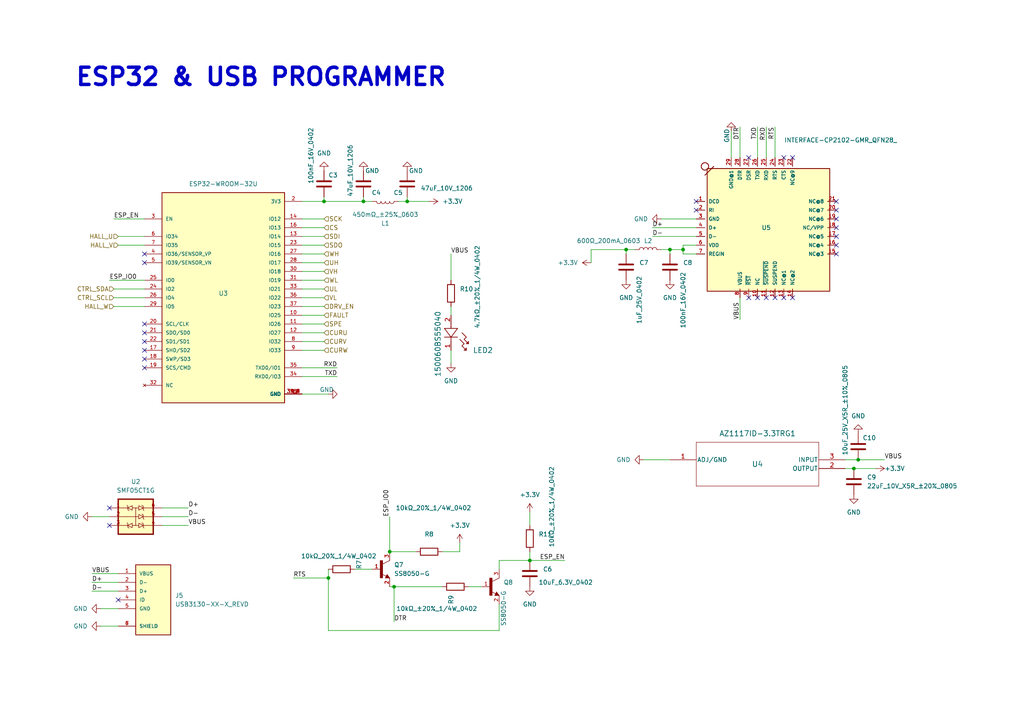
<source format=kicad_sch>
(kicad_sch (version 20211123) (generator eeschema)
  (paper "A4")
  (lib_symbols
    (symbol "bldcDriverLibrary:100nF_16V_X7R_±20%_0402" (pin_numbers hide) (pin_names (offset 0.254))
      (property "Reference" "C" (at 0.635 2.54 0))
      (property "Value" "100nF_16V_X7R_±20%_0402" (at 0.635 -2.54 0))
      (symbol "100nF_16V_X7R_±20%_0402_0_1"
        (polyline (pts (xy -2.032 -0.762) (xy 2.032 -0.762)) (stroke (width 0.508)))
        (polyline (pts (xy -2.032 0.762) (xy 2.032 0.762)) (stroke (width 0.508)))
      )
      (symbol "100nF_16V_X7R_±20%_0402_1_1"
        (pin passive line (at 0 3.81 270) (length 2.794) (name "~") (number "1"))
        (pin passive line (at 0 -3.81 90) (length 2.794) (name "~") (number "2"))
      )
    )
    (symbol "bldcDriverLibrary:10kΩ_20%_1{slash}4W_0402" (pin_numbers hide) (pin_names (offset 0))
      (property "Reference" "R" (at 2.032 0 90))
      (property "Value" "10kΩ_20%_1{slash}4W_0402" (at 0 0 90))
      (symbol "10kΩ_20%_1{slash}4W_0402_0_1"
        (rectangle (start -1.016 -2.54) (end 1.016 2.54) (stroke (width 0.254)))
      )
      (symbol "10kΩ_20%_1{slash}4W_0402_1_1"
        (pin passive line (at 0 3.81 270) (length 1.27) (name "~") (number "1"))
        (pin passive line (at 0 -3.81 90) (length 1.27) (name "~") (number "2"))
      )
    )
    (symbol "bldcDriverLibrary:10kΩ_±20%_1{slash}4W_0402" (pin_numbers hide) (pin_names (offset 0))
      (property "Reference" "R" (at 2.032 0 90))
      (property "Value" "10kΩ_±20%_1{slash}4W_0402" (at 0 0 90))
      (symbol "10kΩ_±20%_1{slash}4W_0402_0_1"
        (rectangle (start -1.016 -2.54) (end 1.016 2.54) (stroke (width 0.254)))
      )
      (symbol "10kΩ_±20%_1{slash}4W_0402_1_1"
        (pin passive line (at 0 3.81 270) (length 1.27) (name "~") (number "1"))
        (pin passive line (at 0 -3.81 90) (length 1.27) (name "~") (number "2"))
      )
    )
    (symbol "bldcDriverLibrary:10uF_25V_X5R_±10%_0805" (pin_numbers hide) (pin_names (offset 0.254))
      (property "Reference" "C" (at 0.635 2.54 0))
      (property "Value" "10uF_25V_X5R_±10%_0805" (at 0.635 -2.54 0))
      (symbol "10uF_25V_X5R_±10%_0805_0_1"
        (polyline (pts (xy -2.032 -0.762) (xy 2.032 -0.762)) (stroke (width 0.508)))
        (polyline (pts (xy -2.032 0.762) (xy 2.032 0.762)) (stroke (width 0.508)))
      )
      (symbol "10uF_25V_X5R_±10%_0805_1_1"
        (pin passive line (at 0 3.81 270) (length 2.794) (name "~") (number "1"))
        (pin passive line (at 0 -3.81 90) (length 2.794) (name "~") (number "2"))
      )
    )
    (symbol "bldcDriverLibrary:10uF_6.3V_X5R_±20%_0402" (pin_numbers hide) (pin_names (offset 0.254))
      (property "Reference" "C" (at 0.635 2.54 0))
      (property "Value" "10uF_6.3V_X5R_±20%_0402" (at 0.635 -2.54 0))
      (symbol "10uF_6.3V_X5R_±20%_0402_0_1"
        (polyline (pts (xy -2.032 -0.762) (xy 2.032 -0.762)) (stroke (width 0.508)))
        (polyline (pts (xy -2.032 0.762) (xy 2.032 0.762)) (stroke (width 0.508)))
      )
      (symbol "10uF_6.3V_X5R_±20%_0402_1_1"
        (pin passive line (at 0 3.81 270) (length 2.794) (name "~") (number "1"))
        (pin passive line (at 0 -3.81 90) (length 2.794) (name "~") (number "2"))
      )
    )
    (symbol "bldcDriverLibrary:150060BS55040" (pin_names (offset 0.254))
      (property "Reference" "LED" (at 5.08 -4.445 0))
      (property "Value" "150060BS55040" (at 5.08 -7.62 0))
      (symbol "150060BS55040_1_1"
        (polyline (pts (xy 2.54 0) (xy 3.4798 0)) (stroke (width 0.2032)))
        (polyline (pts (xy 3.175 0) (xy 3.81 0)) (stroke (width 0.2032)))
        (polyline (pts (xy 3.81 -1.905) (xy 6.35 0)) (stroke (width 0.2032)))
        (polyline (pts (xy 3.81 1.905) (xy 3.81 -1.905)) (stroke (width 0.2032)))
        (polyline (pts (xy 5.08 3.175) (xy 6.35 4.445)) (stroke (width 0.2032)))
        (polyline (pts (xy 6.35 -1.905) (xy 6.35 1.905)) (stroke (width 0.2032)))
        (polyline (pts (xy 6.35 0) (xy 3.81 1.905)) (stroke (width 0.2032)))
        (polyline (pts (xy 6.35 0) (xy 7.62 0)) (stroke (width 0.2032)))
        (polyline (pts (xy 6.35 4.445) (xy 6.985 3.81)) (stroke (width 0.2032)))
        (polyline (pts (xy 6.985 2.54) (xy 8.255 3.81)) (stroke (width 0.2032)))
        (polyline (pts (xy 6.985 3.81) (xy 8.255 5.08)) (stroke (width 0.2032)))
        (polyline (pts (xy 7.62 5.08) (xy 8.255 4.445)) (stroke (width 0.2032)))
        (polyline (pts (xy 8.255 3.81) (xy 8.89 3.175)) (stroke (width 0.2032)))
        (polyline (pts (xy 8.255 4.445) (xy 8.255 5.08)) (stroke (width 0.2032)))
        (polyline (pts (xy 8.255 5.08) (xy 7.62 5.08)) (stroke (width 0.2032)))
        (polyline (pts (xy 8.89 3.175) (xy 10.16 4.445)) (stroke (width 0.2032)))
        (polyline (pts (xy 9.525 4.445) (xy 10.16 3.81)) (stroke (width 0.2032)))
        (polyline (pts (xy 10.16 3.81) (xy 10.16 4.445)) (stroke (width 0.2032)))
        (polyline (pts (xy 10.16 4.445) (xy 9.525 4.445)) (stroke (width 0.2032)))
        (pin unspecified line (at 10.16 0 180) (length 2.54) (name "") (number "1"))
        (pin unspecified line (at 0 0 0) (length 2.54) (name "") (number "2"))
      )
      (symbol "150060BS55040_1_2"
        (polyline (pts (xy -5.08 7.62) (xy -4.445 8.255)) (stroke (width 0.2032)))
        (polyline (pts (xy -5.08 8.255) (xy -5.08 7.62)) (stroke (width 0.2032)))
        (polyline (pts (xy -4.445 6.35) (xy -3.81 6.985)) (stroke (width 0.2032)))
        (polyline (pts (xy -4.445 8.255) (xy -5.08 8.255)) (stroke (width 0.2032)))
        (polyline (pts (xy -4.445 9.525) (xy -3.81 10.16)) (stroke (width 0.2032)))
        (polyline (pts (xy -4.445 10.16) (xy -4.445 9.525)) (stroke (width 0.2032)))
        (polyline (pts (xy -3.81 6.985) (xy -5.08 8.255)) (stroke (width 0.2032)))
        (polyline (pts (xy -3.81 8.255) (xy -3.175 8.89)) (stroke (width 0.2032)))
        (polyline (pts (xy -3.81 10.16) (xy -4.445 10.16)) (stroke (width 0.2032)))
        (polyline (pts (xy -3.175 5.08) (xy -4.445 6.35)) (stroke (width 0.2032)))
        (polyline (pts (xy -3.175 8.89) (xy -4.445 10.16)) (stroke (width 0.2032)))
        (polyline (pts (xy -2.54 6.985) (xy -3.81 8.255)) (stroke (width 0.2032)))
        (polyline (pts (xy -1.905 3.81) (xy 1.905 3.81)) (stroke (width 0.2032)))
        (polyline (pts (xy 0 2.54) (xy 0 3.4798)) (stroke (width 0.2032)))
        (polyline (pts (xy 0 3.175) (xy 0 3.81)) (stroke (width 0.2032)))
        (polyline (pts (xy 0 6.35) (xy -1.905 3.81)) (stroke (width 0.2032)))
        (polyline (pts (xy 0 6.35) (xy 0 7.62)) (stroke (width 0.2032)))
        (polyline (pts (xy 1.905 3.81) (xy 0 6.35)) (stroke (width 0.2032)))
        (polyline (pts (xy 1.905 6.35) (xy -1.905 6.35)) (stroke (width 0.2032)))
        (pin unspecified line (at 0 10.16 270) (length 2.54) (name "") (number "1"))
        (pin unspecified line (at 0 0 90) (length 2.54) (name "") (number "2"))
      )
    )
    (symbol "bldcDriverLibrary:1uF_25V_X5R_±10%_0402" (pin_numbers hide) (pin_names (offset 0.254))
      (property "Reference" "C" (at 0.635 2.54 0))
      (property "Value" "1uF_25V_X5R_±10%_0402" (at 0.635 -2.54 0))
      (symbol "1uF_25V_X5R_±10%_0402_0_1"
        (polyline (pts (xy -2.032 -0.762) (xy 2.032 -0.762)) (stroke (width 0.508)))
        (polyline (pts (xy -2.032 0.762) (xy 2.032 0.762)) (stroke (width 0.508)))
      )
      (symbol "1uF_25V_X5R_±10%_0402_1_1"
        (pin passive line (at 0 3.81 270) (length 2.794) (name "~") (number "1"))
        (pin passive line (at 0 -3.81 90) (length 2.794) (name "~") (number "2"))
      )
    )
    (symbol "bldcDriverLibrary:22uF_10V_X5R_±20%_0805" (pin_numbers hide) (pin_names (offset 0.254))
      (property "Reference" "C" (at 0.635 2.54 0))
      (property "Value" "22uF_10V_X5R_±20%_0805" (at 0.635 -2.54 0))
      (symbol "22uF_10V_X5R_±20%_0805_0_1"
        (polyline (pts (xy -2.032 -0.762) (xy 2.032 -0.762)) (stroke (width 0.508)))
        (polyline (pts (xy -2.032 0.762) (xy 2.032 0.762)) (stroke (width 0.508)))
      )
      (symbol "22uF_10V_X5R_±20%_0805_1_1"
        (pin passive line (at 0 3.81 270) (length 2.794) (name "~") (number "1"))
        (pin passive line (at 0 -3.81 90) (length 2.794) (name "~") (number "2"))
      )
    )
    (symbol "bldcDriverLibrary:4.7kΩ_±20%_1{slash}4W_0402" (pin_numbers hide) (pin_names (offset 0))
      (property "Reference" "R" (at 2.032 0 90))
      (property "Value" "4.7kΩ_±20%_1{slash}4W_0402" (at 0 0 90))
      (symbol "4.7kΩ_±20%_1{slash}4W_0402_0_1"
        (rectangle (start -1.016 -2.54) (end 1.016 2.54) (stroke (width 0.254)))
      )
      (symbol "4.7kΩ_±20%_1{slash}4W_0402_1_1"
        (pin passive line (at 0 3.81 270) (length 1.27) (name "~") (number "1"))
        (pin passive line (at 0 -3.81 90) (length 1.27) (name "~") (number "2"))
      )
    )
    (symbol "bldcDriverLibrary:450mΩ_±25%_600Ω@100MHz_0603_Ferrite" (pin_numbers hide) (pin_names (offset 1.016) hide)
      (property "Reference" "L" (at -1.27 0 90))
      (property "Value" "450mΩ_±25%_600Ω@100MHz_0603_Ferrite" (at 1.905 0 90))
      (symbol "450mΩ_±25%_600Ω@100MHz_0603_Ferrite_0_1"
        (arc (start 0 -2.54) (mid 0.635 -1.905) (end 0 -1.27))
        (arc (start 0 -1.27) (mid 0.635 -0.635) (end 0 0))
        (arc (start 0 0) (mid 0.635 0.635) (end 0 1.27))
        (arc (start 0 1.27) (mid 0.635 1.905) (end 0 2.54))
      )
      (symbol "450mΩ_±25%_600Ω@100MHz_0603_Ferrite_1_1"
        (pin passive line (at 0 3.81 270) (length 1.27) (name "1") (number "1"))
        (pin passive line (at 0 -3.81 90) (length 1.27) (name "2") (number "2"))
      )
    )
    (symbol "bldcDriverLibrary:47uF_10V_X5R_±20%_1206" (pin_numbers hide) (pin_names (offset 0.254))
      (property "Reference" "C" (at 0.635 2.54 0))
      (property "Value" "47uF_10V_X5R_±20%_1206" (at 0.635 -2.54 0))
      (symbol "47uF_10V_X5R_±20%_1206_0_1"
        (polyline (pts (xy -2.032 -0.762) (xy 2.032 -0.762)) (stroke (width 0.508)))
        (polyline (pts (xy -2.032 0.762) (xy 2.032 0.762)) (stroke (width 0.508)))
      )
      (symbol "47uF_10V_X5R_±20%_1206_1_1"
        (pin passive line (at 0 3.81 270) (length 2.794) (name "~") (number "1"))
        (pin passive line (at 0 -3.81 90) (length 2.794) (name "~") (number "2"))
      )
    )
    (symbol "bldcDriverLibrary:AZ1117ID-3.3TRG1" (pin_names (offset 0.254))
      (property "Reference" "U" (at 25.4 10.16 0))
      (property "Value" "AZ1117ID-3.3TRG1" (at 25.4 7.62 0))
      (symbol "AZ1117ID-3.3TRG1_0_1"
        (polyline (pts (xy 7.62 -7.62) (xy 43.18 -7.62)) (stroke (width 0.127)))
        (polyline (pts (xy 7.62 5.08) (xy 7.62 -7.62)) (stroke (width 0.127)))
        (polyline (pts (xy 43.18 -7.62) (xy 43.18 5.08)) (stroke (width 0.127)))
        (polyline (pts (xy 43.18 5.08) (xy 7.62 5.08)) (stroke (width 0.127)))
        (pin power_out line (at 0 0 0) (length 7.62) (name "ADJ/GND") (number "1"))
        (pin output line (at 50.8 -2.54 180) (length 7.62) (name "OUTPUT") (number "2"))
        (pin input line (at 50.8 0 180) (length 7.62) (name "INPUT") (number "3"))
      )
    )
    (symbol "bldcDriverLibrary:ESP32-WROOM-32U" (pin_names (offset 1.016))
      (property "Reference" "U" (at -17.78 31.242 0))
      (property "Value" "ESP32-WROOM-32U" (at -17.78 -33.02 0))
      (symbol "ESP32-WROOM-32U_0_0"
        (rectangle (start -17.78 -30.48) (end 17.78 30.48) (stroke (width 0.254)) (fill (type background)))
        (pin power_in line (at 22.86 -27.94 180) (length 5.08) (name "GND") (number "1"))
        (pin bidirectional line (at 22.86 -5.08 180) (length 5.08) (name "IO25") (number "10"))
        (pin bidirectional line (at 22.86 -7.62 180) (length 5.08) (name "IO26") (number "11"))
        (pin bidirectional line (at 22.86 -10.16 180) (length 5.08) (name "IO27") (number "12"))
        (pin bidirectional line (at 22.86 17.78 180) (length 5.08) (name "IO14") (number "13"))
        (pin bidirectional line (at 22.86 22.86 180) (length 5.08) (name "IO12") (number "14"))
        (pin power_in line (at 22.86 -27.94 180) (length 5.08) (name "GND") (number "15"))
        (pin bidirectional line (at 22.86 20.32 180) (length 5.08) (name "IO13") (number "16"))
        (pin bidirectional line (at -22.86 -15.24 0) (length 5.08) (name "SHD/SD2") (number "17"))
        (pin bidirectional line (at -22.86 -17.78 0) (length 5.08) (name "SWP/SD3") (number "18"))
        (pin bidirectional line (at -22.86 -20.32 0) (length 5.08) (name "SCS/CMD") (number "19"))
        (pin power_in line (at 22.86 27.94 180) (length 5.08) (name "3V3") (number "2"))
        (pin bidirectional line (at -22.86 -7.62 0) (length 5.08) (name "SCL/CLK") (number "20"))
        (pin bidirectional line (at -22.86 -10.16 0) (length 5.08) (name "SDO/SD0") (number "21"))
        (pin bidirectional line (at -22.86 -12.7 0) (length 5.08) (name "SD1/SD1") (number "22"))
        (pin bidirectional line (at 22.86 15.24 180) (length 5.08) (name "IO15") (number "23"))
        (pin bidirectional line (at -22.86 2.54 0) (length 5.08) (name "IO2") (number "24"))
        (pin bidirectional line (at -22.86 5.08 0) (length 5.08) (name "IO0") (number "25"))
        (pin bidirectional line (at -22.86 0 0) (length 5.08) (name "IO4") (number "26"))
        (pin bidirectional line (at 22.86 12.7 180) (length 5.08) (name "IO16") (number "27"))
        (pin bidirectional line (at 22.86 10.16 180) (length 5.08) (name "IO17") (number "28"))
        (pin bidirectional line (at -22.86 -2.54 0) (length 5.08) (name "IO5") (number "29"))
        (pin input line (at -22.86 22.86 0) (length 5.08) (name "EN") (number "3"))
        (pin bidirectional line (at 22.86 7.62 180) (length 5.08) (name "IO18") (number "30"))
        (pin bidirectional line (at 22.86 5.08 180) (length 5.08) (name "IO19") (number "31"))
        (pin no_connect line (at -22.86 -25.4 0) (length 5.08) (name "NC") (number "32"))
        (pin bidirectional line (at 22.86 2.54 180) (length 5.08) (name "IO21") (number "33"))
        (pin bidirectional line (at 22.86 -22.86 180) (length 5.08) (name "RXD0/IO3") (number "34"))
        (pin bidirectional line (at 22.86 -20.32 180) (length 5.08) (name "TXD0/IO1") (number "35"))
        (pin bidirectional line (at 22.86 0 180) (length 5.08) (name "IO22") (number "36"))
        (pin bidirectional line (at 22.86 -2.54 180) (length 5.08) (name "IO23") (number "37"))
        (pin power_in line (at 22.86 -27.94 180) (length 5.08) (name "GND") (number "38"))
        (pin power_in line (at 22.86 -27.94 180) (length 5.08) (name "GND") (number "39_1"))
        (pin power_in line (at 22.86 -27.94 180) (length 5.08) (name "GND") (number "39_2"))
        (pin power_in line (at 22.86 -27.94 180) (length 5.08) (name "GND") (number "39_3"))
        (pin power_in line (at 22.86 -27.94 180) (length 5.08) (name "GND") (number "39_4"))
        (pin power_in line (at 22.86 -27.94 180) (length 5.08) (name "GND") (number "39_5"))
        (pin power_in line (at 22.86 -27.94 180) (length 5.08) (name "GND") (number "39_6"))
        (pin power_in line (at 22.86 -27.94 180) (length 5.08) (name "GND") (number "39_7"))
        (pin power_in line (at 22.86 -27.94 180) (length 5.08) (name "GND") (number "39_8"))
        (pin power_in line (at 22.86 -27.94 180) (length 5.08) (name "GND") (number "39_9"))
        (pin input line (at -22.86 12.7 0) (length 5.08) (name "IO36/SENSOR_VP") (number "4"))
        (pin input line (at -22.86 10.16 0) (length 5.08) (name "IO39/SENSOR_VN") (number "5"))
        (pin input line (at -22.86 17.78 0) (length 5.08) (name "IO34") (number "6"))
        (pin input line (at -22.86 15.24 0) (length 5.08) (name "IO35") (number "7"))
        (pin bidirectional line (at 22.86 -12.7 180) (length 5.08) (name "IO32") (number "8"))
        (pin bidirectional line (at 22.86 -15.24 180) (length 5.08) (name "IO33") (number "9"))
      )
    )
    (symbol "bldcDriverLibrary:INTERFACE-CP2102-GMR_QFN28_" (pin_names (offset 1.016))
      (property "Reference" "U" (at -17.7949 20.337 0))
      (property "Value" "INTERFACE-CP2102-GMR_QFN28_" (at -17.782 -17.782 0))
      (symbol "INTERFACE-CP2102-GMR_QFN28__0_0"
        (circle (center -17.78 17.78) (radius 1.0776) (stroke (width 0.254)))
        (rectangle (start -17.145 -18.415) (end 18.415 17.145) (stroke (width 0.254)) (fill (type background)))
        (polyline (pts (xy -17.78 15.24) (xy -15.24 17.78)) (stroke (width 0.254)))
        (pin bidirectional line (at -20.32 7.62 0) (length 2.54) (name "DCD") (number "1"))
        (pin bidirectional line (at -2.54 -20.32 90) (length 2.54) (name "NC") (number "10"))
        (pin bidirectional line (at 0 -20.32 90) (length 2.54) (name "~{SUSPEND}") (number "11"))
        (pin bidirectional line (at 2.54 -20.32 90) (length 2.54) (name "SUSPEND") (number "12"))
        (pin bidirectional line (at 5.08 -20.32 90) (length 2.54) (name "NC@1") (number "13"))
        (pin bidirectional line (at 7.62 -20.32 90) (length 2.54) (name "NC@2") (number "14"))
        (pin bidirectional line (at 20.32 -7.62 180) (length 2.54) (name "NC@3") (number "15"))
        (pin bidirectional line (at 20.32 -5.08 180) (length 2.54) (name "NC@4") (number "16"))
        (pin bidirectional line (at 20.32 -2.54 180) (length 2.54) (name "NC@5") (number "17"))
        (pin bidirectional line (at 20.32 0 180) (length 2.54) (name "NC/VPP") (number "18"))
        (pin bidirectional line (at 20.32 2.54 180) (length 2.54) (name "NC@6") (number "19"))
        (pin bidirectional line (at -20.32 5.08 0) (length 2.54) (name "RI") (number "2"))
        (pin bidirectional line (at 20.32 5.08 180) (length 2.54) (name "NC@7") (number "20"))
        (pin bidirectional line (at 20.32 7.62 180) (length 2.54) (name "NC@8") (number "21"))
        (pin bidirectional line (at 7.62 20.32 270) (length 2.54) (name "NC@9") (number "22"))
        (pin bidirectional line (at 5.08 20.32 270) (length 2.54) (name "CTS") (number "23"))
        (pin bidirectional line (at 2.54 20.32 270) (length 2.54) (name "RTS") (number "24"))
        (pin bidirectional line (at 0 20.32 270) (length 2.54) (name "RXD") (number "25"))
        (pin bidirectional line (at -2.54 20.32 270) (length 2.54) (name "TXD") (number "26"))
        (pin bidirectional line (at -5.08 20.32 270) (length 2.54) (name "DSR") (number "27"))
        (pin bidirectional line (at -7.62 20.32 270) (length 2.54) (name "DTR") (number "28"))
        (pin bidirectional line (at -10.16 20.32 270) (length 2.54) (name "GND@1") (number "29"))
        (pin bidirectional line (at -20.32 2.54 0) (length 2.54) (name "GND") (number "3"))
        (pin bidirectional line (at -20.32 0 0) (length 2.54) (name "D+") (number "4"))
        (pin bidirectional line (at -20.32 -2.54 0) (length 2.54) (name "D-") (number "5"))
        (pin bidirectional line (at -20.32 -5.08 0) (length 2.54) (name "VDD") (number "6"))
        (pin bidirectional line (at -20.32 -7.62 0) (length 2.54) (name "REGIN") (number "7"))
        (pin bidirectional line (at -7.62 -20.32 90) (length 2.54) (name "VBUS") (number "8"))
        (pin bidirectional line (at -5.08 -20.32 90) (length 2.54) (name "~{RST}") (number "9"))
      )
    )
    (symbol "bldcDriverLibrary:SMF05CT1G" (pin_names (offset 1.016))
      (property "Reference" "U" (at -5.1114 6.0907 0))
      (property "Value" "SMF05CT1G" (at -5.1118 -9.0963 0))
      (symbol "SMF05CT1G_0_0"
        (rectangle (start -5.08 -5.08) (end 5.08 5.08) (stroke (width 0.41)) (fill (type background)))
        (polyline (pts (xy -2.54 -1.778) (xy -2.286 -2.032)) (stroke (width 0.1524)))
        (polyline (pts (xy -2.54 3.302) (xy -2.286 3.048)) (stroke (width 0.1524)))
        (polyline (pts (xy -2.286 -3.048) (xy -1.905 -3.302)) (stroke (width 0.1524)))
        (polyline (pts (xy -2.286 -2.54) (xy -2.54 -2.54)) (stroke (width 0.1524)))
        (polyline (pts (xy -2.286 -2.54) (xy -2.286 -3.048)) (stroke (width 0.1524)))
        (polyline (pts (xy -2.286 -2.54) (xy -1.016 -3.175)) (stroke (width 0.1524)))
        (polyline (pts (xy -2.286 -2.032) (xy -2.286 -2.54)) (stroke (width 0.1524)))
        (polyline (pts (xy -2.286 2.032) (xy -1.905 1.778)) (stroke (width 0.1524)))
        (polyline (pts (xy -2.286 2.54) (xy -2.54 2.54)) (stroke (width 0.1524)))
        (polyline (pts (xy -2.286 2.54) (xy -2.286 2.032)) (stroke (width 0.1524)))
        (polyline (pts (xy -2.286 2.54) (xy -1.016 1.905)) (stroke (width 0.1524)))
        (polyline (pts (xy -2.286 3.048) (xy -2.286 2.54)) (stroke (width 0.1524)))
        (polyline (pts (xy -1.016 -3.175) (xy -1.016 -2.54)) (stroke (width 0.1524)))
        (polyline (pts (xy -1.016 -2.54) (xy -1.016 -1.905)) (stroke (width 0.1524)))
        (polyline (pts (xy -1.016 -2.54) (xy 0 -2.54)) (stroke (width 0.1524)))
        (polyline (pts (xy -1.016 -1.905) (xy -2.286 -2.54)) (stroke (width 0.1524)))
        (polyline (pts (xy -1.016 1.905) (xy -1.016 2.54)) (stroke (width 0.1524)))
        (polyline (pts (xy -1.016 2.54) (xy -1.016 3.175)) (stroke (width 0.1524)))
        (polyline (pts (xy -1.016 2.54) (xy 0 2.54)) (stroke (width 0.1524)))
        (polyline (pts (xy -1.016 3.175) (xy -2.286 2.54)) (stroke (width 0.1524)))
        (polyline (pts (xy 0 -2.54) (xy 0.762 -2.54)) (stroke (width 0.1524)))
        (polyline (pts (xy 0 0) (xy -2.54 0)) (stroke (width 0.1524)))
        (polyline (pts (xy 0 0) (xy 0 -2.54)) (stroke (width 0.1524)))
        (polyline (pts (xy 0 2.54) (xy 0 0)) (stroke (width 0.1524)))
        (polyline (pts (xy 0 2.54) (xy 0.762 2.54)) (stroke (width 0.1524)))
        (polyline (pts (xy 0.762 0) (xy 0 0)) (stroke (width 0.1524)))
        (polyline (pts (xy 0.889 -3.175) (xy 2.159 -2.54)) (stroke (width 0.1524)))
        (polyline (pts (xy 0.889 -1.905) (xy 0.889 -3.175)) (stroke (width 0.1524)))
        (polyline (pts (xy 0.889 -0.635) (xy 2.159 0)) (stroke (width 0.1524)))
        (polyline (pts (xy 0.889 0.635) (xy 0.889 -0.635)) (stroke (width 0.1524)))
        (polyline (pts (xy 0.889 1.905) (xy 2.159 2.54)) (stroke (width 0.1524)))
        (polyline (pts (xy 0.889 3.175) (xy 0.889 1.905)) (stroke (width 0.1524)))
        (polyline (pts (xy 2.032 -2.54) (xy 2.54 -2.54)) (stroke (width 0.1524)))
        (polyline (pts (xy 2.032 2.54) (xy 2.54 2.54)) (stroke (width 0.1524)))
        (polyline (pts (xy 2.159 -3.048) (xy 2.159 -2.032)) (stroke (width 0.1524)))
        (polyline (pts (xy 2.159 -2.54) (xy 0.889 -1.905)) (stroke (width 0.1524)))
        (polyline (pts (xy 2.159 -2.032) (xy 1.778 -1.778)) (stroke (width 0.1524)))
        (polyline (pts (xy 2.159 -0.508) (xy 2.159 0.508)) (stroke (width 0.1524)))
        (polyline (pts (xy 2.159 0) (xy 0.889 0.635)) (stroke (width 0.1524)))
        (polyline (pts (xy 2.159 0.508) (xy 1.778 0.762)) (stroke (width 0.1524)))
        (polyline (pts (xy 2.159 2.032) (xy 2.159 3.048)) (stroke (width 0.1524)))
        (polyline (pts (xy 2.159 2.54) (xy 0.889 3.175)) (stroke (width 0.1524)))
        (polyline (pts (xy 2.159 3.048) (xy 1.778 3.302)) (stroke (width 0.1524)))
        (polyline (pts (xy 2.286 0) (xy 2.54 0)) (stroke (width 0.1524)))
        (polyline (pts (xy 2.413 -3.302) (xy 2.159 -3.048)) (stroke (width 0.1524)))
        (polyline (pts (xy 2.413 -0.762) (xy 2.159 -0.508)) (stroke (width 0.1524)))
        (polyline (pts (xy 2.413 1.778) (xy 2.159 2.032)) (stroke (width 0.1524)))
        (pin passive line (at -7.62 2.54 0) (length 5.08) (name "~") (number "1"))
        (pin passive line (at -7.62 0 0) (length 5.08) (name "~") (number "2"))
        (pin passive line (at -7.62 -2.54 0) (length 5.08) (name "~") (number "3"))
        (pin passive line (at 7.62 -2.54 180) (length 5.08) (name "~") (number "4"))
        (pin passive line (at 7.62 0 180) (length 5.08) (name "~") (number "5"))
        (pin passive line (at 7.62 2.54 180) (length 5.08) (name "~") (number "6"))
      )
    )
    (symbol "bldcDriverLibrary:SS8050-G" (pin_names (offset 1.016))
      (property "Reference" "Q" (at -10.16 7.62 0))
      (property "Value" "SS8050-G" (at -10.16 -7.62 0))
      (symbol "SS8050-G_0_0"
        (rectangle (start -0.254 -2.54) (end 0.508 2.54) (stroke (width 0.1)) (fill (type outline)))
        (polyline (pts (xy 1.27 -2.54) (xy 1.778 -1.524)) (stroke (width 0.1524)))
        (polyline (pts (xy 1.524 -2.413) (xy 2.286 -2.413)) (stroke (width 0.254)))
        (polyline (pts (xy 1.524 -2.286) (xy 1.905 -2.286)) (stroke (width 0.254)))
        (polyline (pts (xy 1.54 -2.04) (xy 0.308 -1.424)) (stroke (width 0.1524)))
        (polyline (pts (xy 1.778 -1.778) (xy 1.524 -2.286)) (stroke (width 0.254)))
        (polyline (pts (xy 1.778 -1.524) (xy 2.54 -2.54)) (stroke (width 0.1524)))
        (polyline (pts (xy 1.905 -2.286) (xy 1.778 -2.032)) (stroke (width 0.254)))
        (polyline (pts (xy 2.286 -2.413) (xy 1.778 -1.778)) (stroke (width 0.254)))
        (polyline (pts (xy 2.54 -2.54) (xy 1.27 -2.54)) (stroke (width 0.1524)))
        (polyline (pts (xy 2.54 2.54) (xy 0.508 1.524)) (stroke (width 0.1524)))
        (pin passive line (at -2.54 0 0) (length 2.54) (name "~") (number "1"))
        (pin passive line (at 2.54 -5.08 90) (length 2.54) (name "~") (number "2"))
        (pin passive line (at 2.54 5.08 270) (length 2.54) (name "~") (number "3"))
      )
    )
    (symbol "bldcDriverLibrary:USB3130-XX-X_REVD" (pin_names (offset 1.016))
      (property "Reference" "J" (at -5.0892 10.1783 0))
      (property "Value" "USB3130-XX-X_REVD" (at -5.0814 -12.7034 0))
      (symbol "USB3130-XX-X_REVD_0_0"
        (rectangle (start -5.08 -10.16) (end 5.08 10.16) (stroke (width 0.254)) (fill (type background)))
        (pin power_in line (at -10.16 7.62 0) (length 5.08) (name "VBUS") (number "1"))
        (pin bidirectional line (at -10.16 5.08 0) (length 5.08) (name "D-") (number "2"))
        (pin bidirectional line (at -10.16 2.54 0) (length 5.08) (name "D+") (number "3"))
        (pin passive line (at -10.16 0 0) (length 5.08) (name "ID") (number "4"))
        (pin power_in line (at -10.16 -2.54 0) (length 5.08) (name "GND") (number "5"))
        (pin passive line (at -10.16 -7.62 0) (length 5.08) (name "SHIELD") (number "6"))
        (pin passive line (at -10.16 -7.62 0) (length 5.08) (name "SHIELD") (number "7"))
      )
    )
    (symbol "power:+3.3V" (power) (pin_names (offset 0))
      (property "Value" "+3.3V" (at 0 3.556 0))
      (symbol "+3.3V_0_1"
        (polyline (pts (xy -0.762 1.27) (xy 0 2.54)))
        (polyline (pts (xy 0 0) (xy 0 2.54)))
        (polyline (pts (xy 0 2.54) (xy 0.762 1.27)))
      )
      (symbol "+3.3V_1_1"
        (pin power_in line (at 0 0 90) (length 0) hide (name "+3.3V") (number "1"))
      )
    )
    (symbol "power:GND" (power) (pin_names (offset 0))
      (property "Value" "GND" (at 0 -3.81 0))
      (symbol "GND_0_1"
        (polyline (pts (xy 0 0) (xy 0 -1.27) (xy 1.27 -1.27) (xy 0 -2.54) (xy -1.27 -1.27) (xy 0 -1.27)))
      )
      (symbol "GND_1_1"
        (pin power_in line (at 0 0 270) (length 0) hide (name "GND") (number "1"))
      )
    )
  )
  (junction (at 248.92 133.35))
  (junction (at 118.11 58.42))
  (junction (at 95.25 167.64))
  (junction (at 93.98 58.42))
  (junction (at 181.61 72.39))
  (junction (at 113.03 160.02))
  (junction (at 194.31 72.39))
  (junction (at 198.12 72.39))
  (junction (at 153.67 162.56))
  (junction (at 247.65 135.89))
  (junction (at 105.41 58.42))
  (junction (at 114.3 170.18))
  (no_connect (at 227.33 86.36))
  (no_connect (at 229.87 86.36))
  (no_connect (at 242.57 68.58))
  (no_connect (at 242.57 60.96))
  (no_connect (at 227.33 45.72))
  (no_connect (at 31.75 147.32))
  (no_connect (at 242.57 58.42))
  (no_connect (at 41.91 106.68))
  (no_connect (at 224.79 86.36))
  (no_connect (at 242.57 63.5))
  (no_connect (at 201.93 58.42))
  (no_connect (at 31.75 152.4))
  (no_connect (at 219.71 86.36))
  (no_connect (at 201.93 60.96))
  (no_connect (at 217.17 45.72))
  (no_connect (at 229.87 45.72))
  (no_connect (at 41.91 101.6))
  (no_connect (at 242.57 73.66))
  (no_connect (at 41.91 96.52))
  (no_connect (at 217.17 86.36))
  (no_connect (at 41.91 104.14))
  (no_connect (at 242.57 66.04))
  (no_connect (at 222.25 86.36))
  (no_connect (at 41.91 73.66))
  (no_connect (at 41.91 76.2))
  (no_connect (at 242.57 71.12))
  (no_connect (at 41.91 93.98))
  (no_connect (at 34.29 173.99))
  (no_connect (at 41.91 99.06))
  (wire (pts (xy 214.63 36.83) (xy 214.63 45.72)))
  (wire (pts (xy 219.71 36.83) (xy 219.71 45.72)))
  (wire (pts (xy 95.25 114.3) (xy 87.63 114.3)))
  (wire (pts (xy 33.02 63.5) (xy 41.91 63.5)))
  (wire (pts (xy 85.09 167.64) (xy 95.25 167.64)))
  (wire (pts (xy 93.98 57.15) (xy 93.98 58.42)))
  (wire (pts (xy 181.61 72.39) (xy 184.15 72.39)))
  (wire (pts (xy 171.45 72.39) (xy 181.61 72.39)))
  (wire (pts (xy 33.02 88.9) (xy 41.91 88.9)))
  (wire (pts (xy 198.12 71.12) (xy 198.12 72.39)))
  (wire (pts (xy 87.63 58.42) (xy 93.98 58.42)))
  (wire (pts (xy 26.67 168.91) (xy 34.29 168.91)))
  (wire (pts (xy 102.87 165.1) (xy 107.95 165.1)))
  (wire (pts (xy 46.99 152.4) (xy 54.61 152.4)))
  (wire (pts (xy 93.98 58.42) (xy 105.41 58.42)))
  (wire (pts (xy 34.29 68.58) (xy 41.91 68.58)))
  (wire (pts (xy 118.11 58.42) (xy 118.11 57.15)))
  (wire (pts (xy 118.11 58.42) (xy 115.57 58.42)))
  (wire (pts (xy 95.25 165.1) (xy 95.25 167.64)))
  (wire (pts (xy 31.75 81.28) (xy 41.91 81.28)))
  (wire (pts (xy 135.89 170.18) (xy 139.7 170.18)))
  (wire (pts (xy 181.61 73.66) (xy 181.61 72.39)))
  (wire (pts (xy 191.77 63.5) (xy 201.93 63.5)))
  (wire (pts (xy 29.21 176.53) (xy 34.29 176.53)))
  (wire (pts (xy 130.81 88.9) (xy 130.81 91.44)))
  (wire (pts (xy 144.78 182.88) (xy 144.78 175.26)))
  (wire (pts (xy 198.12 72.39) (xy 198.12 73.66)))
  (wire (pts (xy 46.99 149.86) (xy 54.61 149.86)))
  (wire (pts (xy 201.93 71.12) (xy 198.12 71.12)))
  (wire (pts (xy 186.69 133.35) (xy 194.31 133.35)))
  (wire (pts (xy 87.63 68.58) (xy 93.98 68.58)))
  (wire (pts (xy 87.63 99.06) (xy 93.98 99.06)))
  (wire (pts (xy 87.63 96.52) (xy 93.98 96.52)))
  (wire (pts (xy 130.81 73.66) (xy 130.81 81.28)))
  (wire (pts (xy 87.63 78.74) (xy 93.98 78.74)))
  (wire (pts (xy 26.67 171.45) (xy 34.29 171.45)))
  (wire (pts (xy 87.63 109.22) (xy 97.79 109.22)))
  (wire (pts (xy 29.21 181.61) (xy 34.29 181.61)))
  (wire (pts (xy 128.27 160.02) (xy 133.35 160.02)))
  (wire (pts (xy 87.63 63.5) (xy 93.98 63.5)))
  (wire (pts (xy 194.31 72.39) (xy 198.12 72.39)))
  (wire (pts (xy 212.09 38.1) (xy 212.09 45.72)))
  (wire (pts (xy 46.99 147.32) (xy 54.61 147.32)))
  (wire (pts (xy 113.03 170.18) (xy 114.3 170.18)))
  (wire (pts (xy 113.03 160.02) (xy 120.65 160.02)))
  (wire (pts (xy 87.63 106.68) (xy 97.79 106.68)))
  (wire (pts (xy 191.77 72.39) (xy 194.31 72.39)))
  (wire (pts (xy 144.78 162.56) (xy 153.67 162.56)))
  (wire (pts (xy 153.67 160.02) (xy 153.67 162.56)))
  (wire (pts (xy 153.67 148.59) (xy 153.67 152.4)))
  (wire (pts (xy 26.67 166.37) (xy 34.29 166.37)))
  (wire (pts (xy 114.3 170.18) (xy 128.27 170.18)))
  (wire (pts (xy 198.12 73.66) (xy 201.93 73.66)))
  (wire (pts (xy 34.29 71.12) (xy 41.91 71.12)))
  (wire (pts (xy 130.81 101.6) (xy 130.81 105.41)))
  (wire (pts (xy 87.63 88.9) (xy 93.98 88.9)))
  (wire (pts (xy 247.65 135.89) (xy 254 135.89)))
  (wire (pts (xy 33.02 86.36) (xy 41.91 86.36)))
  (wire (pts (xy 87.63 93.98) (xy 93.98 93.98)))
  (wire (pts (xy 87.63 73.66) (xy 93.98 73.66)))
  (wire (pts (xy 245.11 135.89) (xy 247.65 135.89)))
  (wire (pts (xy 222.25 36.83) (xy 222.25 45.72)))
  (wire (pts (xy 87.63 76.2) (xy 93.98 76.2)))
  (wire (pts (xy 87.63 83.82) (xy 93.98 83.82)))
  (wire (pts (xy 105.41 58.42) (xy 105.41 57.15)))
  (wire (pts (xy 118.11 58.42) (xy 124.46 58.42)))
  (wire (pts (xy 144.78 165.1) (xy 144.78 162.56)))
  (wire (pts (xy 113.03 149.86) (xy 113.03 160.02)))
  (wire (pts (xy 133.35 160.02) (xy 133.35 157.48)))
  (wire (pts (xy 95.25 182.88) (xy 144.78 182.88)))
  (wire (pts (xy 153.67 162.56) (xy 163.83 162.56)))
  (wire (pts (xy 107.95 58.42) (xy 105.41 58.42)))
  (wire (pts (xy 87.63 101.6) (xy 93.98 101.6)))
  (wire (pts (xy 214.63 86.36) (xy 214.63 92.71)))
  (wire (pts (xy 33.02 83.82) (xy 41.91 83.82)))
  (wire (pts (xy 95.25 167.64) (xy 95.25 182.88)))
  (wire (pts (xy 189.23 68.58) (xy 201.93 68.58)))
  (wire (pts (xy 248.92 133.35) (xy 256.54 133.35)))
  (wire (pts (xy 245.11 133.35) (xy 248.92 133.35)))
  (wire (pts (xy 189.23 66.04) (xy 201.93 66.04)))
  (wire (pts (xy 224.79 36.83) (xy 224.79 45.72)))
  (wire (pts (xy 26.67 149.86) (xy 31.75 149.86)))
  (wire (pts (xy 114.3 170.18) (xy 114.3 180.34)))
  (wire (pts (xy 87.63 66.04) (xy 93.98 66.04)))
  (wire (pts (xy 87.63 71.12) (xy 93.98 71.12)))
  (wire (pts (xy 171.45 76.2) (xy 171.45 72.39)))
  (wire (pts (xy 87.63 81.28) (xy 93.98 81.28)))
  (wire (pts (xy 194.31 72.39) (xy 194.31 73.66)))
  (wire (pts (xy 87.63 91.44) (xy 93.98 91.44)))
  (wire (pts (xy 87.63 86.36) (xy 93.98 86.36)))
  (text "ESP32 & USB PROGRAMMER" (at 21.59 25.4 0) (effects (font (size 5 5) (thickness 1) bold) (justify left bottom)))
  (label "D-" (at 26.67 171.45 0))
  (label "RXD" (at 97.79 106.68 180))
  (label "ESP_EN" (at 33.02 63.5 0))
  (label "RTS" (at 224.79 36.83 270))
  (label "D+" (at 26.67 168.91 0))
  (label "TXD" (at 219.71 36.83 270))
  (label "VBUS" (at 26.67 166.37 0))
  (label "D-" (at 54.61 149.86 0))
  (label "TXD" (at 97.79 109.22 180))
  (label "ESP_IO0" (at 113.03 149.86 90))
  (label "D+" (at 54.61 147.32 0))
  (label "D-" (at 189.23 68.58 0))
  (label "D+" (at 189.23 66.04 0))
  (label "DTR" (at 114.3 180.34 0))
  (label "ESP_IO0" (at 31.75 81.28 0))
  (label "RTS" (at 85.09 167.64 0))
  (label "VBUS" (at 214.63 92.71 90))
  (label "VBUS" (at 54.61 152.4 0))
  (label "VBUS" (at 130.81 73.66 0))
  (label "VBUS" (at 256.54 133.35 0))
  (label "ESP_EN" (at 163.83 162.56 180))
  (label "RXD" (at 222.25 36.83 270))
  (label "DTR" (at 214.63 36.83 270))
  (hierarchical_label "CTRL_SCL" (shape input) (at 33.02 86.36 180))
  (hierarchical_label "UL" (shape input) (at 93.98 83.82 0))
  (hierarchical_label "VL" (shape input) (at 93.98 86.36 0))
  (hierarchical_label "WH" (shape input) (at 93.98 73.66 0))
  (hierarchical_label "VH" (shape input) (at 93.98 78.74 0))
  (hierarchical_label "CTRL_SDA" (shape input) (at 33.02 83.82 180))
  (hierarchical_label "CURV" (shape input) (at 93.98 99.06 0))
  (hierarchical_label "UH" (shape input) (at 93.98 76.2 0))
  (hierarchical_label "SDO" (shape input) (at 93.98 71.12 0))
  (hierarchical_label "SCK" (shape input) (at 93.98 63.5 0))
  (hierarchical_label "SDI" (shape input) (at 93.98 68.58 0))
  (hierarchical_label "CS" (shape input) (at 93.98 66.04 0))
  (hierarchical_label "CURW" (shape input) (at 93.98 101.6 0))
  (hierarchical_label "HALL_U" (shape input) (at 34.29 68.58 180))
  (hierarchical_label "CURU" (shape input) (at 93.98 96.52 0))
  (hierarchical_label "SPE" (shape input) (at 93.98 93.98 0))
  (hierarchical_label "FAULT" (shape input) (at 93.98 91.44 0))
  (hierarchical_label "WL" (shape input) (at 93.98 81.28 0))
  (hierarchical_label "DRV_EN" (shape input) (at 93.98 88.9 0))
  (hierarchical_label "HALL_W" (shape input) (at 33.02 88.9 180))
  (hierarchical_label "HALL_V" (shape input) (at 34.29 71.12 180))
  (symbol (lib_id "bldcDriverLibrary:INTERFACE-CP2102-GMR_QFN28_") (at 222.25 66.04 0) (unit 1)
    (property "Reference" "U5" (at 222.25 66.04 0))
    (property "Value" "INTERFACE-CP2102-GMR_QFN28_" (at 243.84 40.64 0))
    (property "Footprint" "bldcDriverFootprintLibrary:QFN28G_0.5-5X5MM" (effects hide))
    (property "MF" "Silicon Labs" (effects hide))
    (property "Description" "\nUSB Bridge, USB to UART USB 2.0 UART Interface 28-QFN (5x5)\n" (effects hide))
    (property "Package" "VFQFN-28 Silicon Labs" (effects hide))
    (property "MPN" "CP2102-GMR" (effects hide))
    (property "Price" "None" (effects hide))
    (property "VALUE" "CP2102-GMR-QFN28" (effects hide))
    (property "SnapEDA_Link" "https://www.snapeda.com/parts/CP2102-GMR/Silicon+Labs/view-part/?ref=snap" (effects hide))
    (property "MP" "CP2102-GMR" (effects hide))
    (property "Purchase-URL" "https://www.snapeda.com/api/url_track_click_mouser/?unipart_id=105743&manufacturer=Silicon Labs&part_name=CP2102-GMR&search_term=cp2102-gmr" (effects hide))
    (property "Availability" "In Stock" (effects hide))
    (property "Check_prices" "https://www.snapeda.com/parts/CP2102-GMR/Silicon+Labs/view-part/?ref=eda" (effects hide))
  )
  (symbol (lib_id "power:GND") (at 212.09 38.1 180) (unit 1)
    (property "Reference" "#PWR036" (effects hide))
    (property "Value" "GND" (at 210.82 39.37 90))
  )
  (symbol (lib_id "power:GND") (at 186.69 133.35 270) (unit 1)
    (property "Reference" "#PWR033" (effects hide))
    (property "Value" "GND" (at 182.88 133.3499 90) (effects (justify right)))
  )
  (symbol (lib_id "power:GND") (at 247.65 143.51 0) (unit 1)
    (property "Reference" "#PWR037" (effects hide))
    (property "Value" "GND" (at 247.65 148.59 0))
  )
  (symbol (lib_id "bldcDriverLibrary:450mΩ_±25%_600Ω@100MHz_0603_Ferrite") (at 111.76 58.42 270) (unit 1)
    (property "Reference" "L1" (at 111.76 64.77 90))
    (property "Value" "450mΩ_±25%_0603" (at 111.76 62.23 90))
    (property "Footprint" "bldcDriverFootprintLibrary:L_0603_1608Metric_Pad1.05x0.95mm_HandSolder" (effects hide))
  )
  (symbol (lib_id "power:GND") (at 194.31 81.28 0) (unit 1)
    (property "Reference" "#PWR035" (effects hide))
    (property "Value" "GND" (at 194.31 86.36 0))
  )
  (symbol (lib_id "power:GND") (at 95.25 114.3 90) (unit 1)
    (property "Reference" "#PWR023" (effects hide))
    (property "Value" "GND" (at 92.71 113.03 90) (effects (justify right)))
  )
  (symbol (lib_id "bldcDriverLibrary:10uF_25V_X5R_±10%_0805") (at 248.92 129.54 0) (unit 1)
    (property "Reference" "C10" (at 250.19 127 0) (effects (justify left)))
    (property "Value" "10uF_25V_X5R_±10%_0805" (at 245.11 132.08 90) (effects (justify left)))
    (property "Footprint" "bldcDriverFootprintLibrary:C_0805_2012Metric_Pad1.18x1.45mm_HandSolder" (effects hide))
  )
  (symbol (lib_id "bldcDriverLibrary:SS8050-G") (at 110.49 165.1 0) (unit 1)
    (property "Reference" "Q7" (at 114.3 163.8299 0) (effects (justify left)))
    (property "Value" "SS8050-G" (at 114.3 166.3699 0) (effects (justify left)))
    (property "Footprint" "bldcDriverFootprintLibrary:TRANS_SS8050-G" (effects hide))
    (property "MF" "Comchip Technology" (effects hide))
    (property "MAXIMUM_PACKAGE_HEIGHT" "1.05 mm" (effects hide))
    (property "Package" "TO-236 Comchip" (effects hide))
    (property "Price" "None" (effects hide))
    (property "Check_prices" "https://www.snapeda.com/parts/SS8050-G/Comchip+Technology/view-part/?ref=eda" (effects hide))
    (property "STANDARD" "Manufacturer Recommendations" (effects hide))
    (property "PARTREV" "A" (effects hide))
    (property "SnapEDA_Link" "https://www.snapeda.com/parts/SS8050-G/Comchip+Technology/view-part/?ref=snap" (effects hide))
    (property "MP" "SS8050-G" (effects hide))
    (property "Purchase-URL" "https://www.snapeda.com/api/url_track_click_mouser/?unipart_id=809142&manufacturer=Comchip Technology&part_name=SS8050-G&search_term=ss805" (effects hide))
    (property "Description" "\nBipolar (BJT) Transistor NPN 25 V 1.5 A 100MHz 300 mW Surface Mount SOT-23-3\n" (effects hide))
    (property "Availability" "In Stock" (effects hide))
    (property "MANUFACTURER" "Comchip" (effects hide))
  )
  (symbol (lib_id "bldcDriverLibrary:150060BS55040") (at 130.81 91.44 270) (unit 1)
    (property "Reference" "LED2" (at 137.16 101.6 90) (effects (font (size 1.524 1.524)) (justify left)))
    (property "Value" "150060BS55040" (at 127 90.17 0) (effects (font (size 1.524 1.524)) (justify left)))
    (property "Footprint" "bldcDriverFootprintLibrary:LED_150060B_WRE" (effects hide))
    (property "Datasheet" "150060BS55040" (effects hide))
  )
  (symbol (lib_id "bldcDriverLibrary:10kΩ_20%_1{slash}4W_0402") (at 124.46 160.02 90) (unit 1)
    (property "Reference" "R8" (at 124.46 154.94 90))
    (property "Value" "10kΩ_20%_1/4W_0402" (at 125.73 147.32 90))
    (property "Footprint" "bldcDriverFootprintLibrary:R_0402_1005Metric_Pad0.72x0.64mm_HandSolder" (effects hide))
  )
  (symbol (lib_id "bldcDriverLibrary:10uF_6.3V_X5R_±20%_0402") (at 153.67 166.37 0) (unit 1)
    (property "Reference" "C6" (at 157.48 165.0999 0) (effects (justify left)))
    (property "Value" "10uF_6.3V_0402" (at 156.21 168.91 0) (effects (justify left)))
    (property "Footprint" "bldcDriverFootprintLibrary:C_0402_1005Metric_Pad0.74x0.62mm_HandSolder" (effects hide))
  )
  (symbol (lib_id "bldcDriverLibrary:USB3130-XX-X_REVD") (at 44.45 173.99 0) (unit 1)
    (property "Reference" "J5" (at 50.8 172.7199 0) (effects (justify left)))
    (property "Value" "USB3130-XX-X_REVD" (at 50.8 175.2599 0) (effects (justify left)))
    (property "Footprint" "bldcDriverFootprintLibrary:GCT_USB3130-XX-X_REVD" (effects hide))
    (property "MF" "Global Connector Technology" (effects hide))
    (property "Description" "\nUSB - micro B USB 2.0 Receptacle Connector 5 Position Through Hole\n" (effects hide))
    (property "Package" "None" (effects hide))
    (property "Price" "None" (effects hide))
    (property "Check_prices" "https://www.snapeda.com/parts/USB3130-30-A/Global+Connector+Technology/view-part/?ref=eda" (effects hide))
    (property "SnapEDA_Link" "https://www.snapeda.com/parts/USB3130-30-A/Global+Connector+Technology/view-part/?ref=snap" (effects hide))
    (property "MP" "USB3130-30-A" (effects hide))
    (property "Availability" "In Stock" (effects hide))
    (property "MANUFACTURER" "GCT" (effects hide))
  )
  (symbol (lib_id "bldcDriverLibrary:47uF_10V_X5R_±20%_1206") (at 118.11 53.34 180) (unit 1)
    (property "Reference" "C5" (at 116.84 55.88 0) (effects (justify left)))
    (property "Value" "47uF_10V_1206" (at 137.16 54.61 0) (effects (justify left)))
    (property "Footprint" "bldcDriverFootprintLibrary:C_1206_3216Metric_Pad1.33x1.80mm_HandSolder" (effects hide))
  )
  (symbol (lib_id "bldcDriverLibrary:10kΩ_±20%_1{slash}4W_0402") (at 132.08 170.18 90) (unit 1)
    (property "Reference" "R9" (at 130.81 175.26 0) (effects (justify left)))
    (property "Value" "10kΩ_±20%_1/4W_0402" (at 138.43 176.53 90) (effects (justify left)))
    (property "Footprint" "bldcDriverFootprintLibrary:R_0402_1005Metric_Pad0.72x0.64mm_HandSolder" (effects hide))
  )
  (symbol (lib_id "power:+3.3V") (at 171.45 76.2 90) (unit 1)
    (property "Reference" "#PWR031" (effects hide))
    (property "Value" "+3.3V" (at 167.64 76.1999 90) (effects (justify left)))
  )
  (symbol (lib_id "bldcDriverLibrary:10kΩ_±20%_1{slash}4W_0402") (at 153.67 156.21 0) (unit 1)
    (property "Reference" "R11" (at 156.21 154.9399 0) (effects (justify left)))
    (property "Value" "10kΩ_±20%_1/4W_0402" (at 160.02 158.75 90) (effects (justify left)))
    (property "Footprint" "bldcDriverFootprintLibrary:R_0402_1005Metric_Pad0.72x0.64mm_HandSolder" (effects hide))
  )
  (symbol (lib_id "power:+3.3V") (at 254 135.89 270) (unit 1)
    (property "Reference" "#PWR039" (effects hide))
    (property "Value" "+3.3V" (at 256.54 135.89 90) (effects (justify left)))
  )
  (symbol (lib_id "power:+3.3V") (at 133.35 157.48 0) (unit 1)
    (property "Reference" "#PWR0101" (effects hide))
    (property "Value" "+3.3V" (at 133.35 152.4 0))
  )
  (symbol (lib_id "bldcDriverLibrary:100nF_16V_X7R_±20%_0402") (at 194.31 77.47 0) (unit 1)
    (property "Reference" "C8" (at 198.12 76.1999 0) (effects (justify left)))
    (property "Value" "100nF_16V_0402" (at 198.12 95.25 90) (effects (justify left)))
    (property "Footprint" "bldcDriverFootprintLibrary:C_0402_1005Metric_Pad0.74x0.62mm_HandSolder" (effects hide))
  )
  (symbol (lib_id "bldcDriverLibrary:4.7kΩ_±20%_1{slash}4W_0402") (at 130.81 85.09 0) (unit 1)
    (property "Reference" "R10" (at 133.35 83.8199 0) (effects (justify left)))
    (property "Value" "4.7kΩ_±20%_1/4W_0402" (at 138.43 95.25 90) (effects (justify left)))
    (property "Footprint" "bldcDriverFootprintLibrary:R_0402_1005Metric_Pad0.72x0.64mm_HandSolder" (effects hide))
  )
  (symbol (lib_id "power:+3.3V") (at 153.67 148.59 0) (unit 1)
    (property "Reference" "#PWR029" (effects hide))
    (property "Value" "+3.3V" (at 153.67 143.51 0))
  )
  (symbol (lib_id "bldcDriverLibrary:AZ1117ID-3.3TRG1") (at 194.31 133.35 0) (unit 1)
    (property "Reference" "U4" (at 219.71 134.62 0) (effects (font (size 1.524 1.524))))
    (property "Value" "AZ1117ID-3.3TRG1" (at 219.71 125.73 0) (effects (font (size 1.524 1.524))))
    (property "Footprint" "bldcDriverFootprintLibrary:TO252-2_AZ1117ID-3.3TRG1_DIO" (effects hide))
    (property "Datasheet" "AZ1117ID-3.3TRG1" (effects hide))
  )
  (symbol (lib_id "power:GND") (at 29.21 176.53 270) (unit 1)
    (property "Reference" "#PWR020" (effects hide))
    (property "Value" "GND" (at 25.4 176.5299 90) (effects (justify right)))
  )
  (symbol (lib_id "power:GND") (at 248.92 125.73 180) (unit 1)
    (property "Reference" "#PWR038" (effects hide))
    (property "Value" "GND" (at 248.92 120.65 0))
  )
  (symbol (lib_id "power:GND") (at 29.21 181.61 270) (unit 1)
    (property "Reference" "#PWR021" (effects hide))
    (property "Value" "GND" (at 25.4 181.6099 90) (effects (justify right)))
  )
  (symbol (lib_id "bldcDriverLibrary:450mΩ_±25%_600Ω@100MHz_0603_Ferrite") (at 187.96 72.39 90) (unit 1)
    (property "Reference" "L2" (at 187.96 69.85 90))
    (property "Value" "600Ω_200mA_0603" (at 176.53 69.85 90))
    (property "Footprint" "bldcDriverFootprintLibrary:L_0603_1608Metric_Pad1.05x0.95mm_HandSolder" (effects hide))
  )
  (symbol (lib_id "power:GND") (at 93.98 49.53 180) (unit 1)
    (property "Reference" "#PWR022" (effects hide))
    (property "Value" "GND" (at 93.98 44.45 0))
  )
  (symbol (lib_id "bldcDriverLibrary:ESP32-WROOM-32U") (at 64.77 86.36 0) (unit 1)
    (property "Reference" "U3" (at 64.77 85.09 0))
    (property "Value" "ESP32-WROOM-32U" (at 64.77 53.34 0))
    (property "Footprint" "bldcDriverFootprintLibrary:XCVR_ESP32-WROOM-32U" (effects hide))
    (property "Datasheet" "https://www.espressif.com/sites/default/files/documentation/esp32-wroom-32d_esp32-wroom-32u_datasheet_en.pdf" (effects hide))
    (property "MF" "Espressif Systems" (effects hide))
    (property "MAXIMUM_PACKAGE_HEIGHT" "3.25mm" (effects hide))
    (property "Package" "NON STANDARD-39 Espressif" (effects hide))
    (property "Price" "None" (effects hide))
    (property "Check_prices" "https://www.snapeda.com/parts/ESP32-WROOM-32U/Espressif+Systems/view-part/?ref=eda" (effects hide))
    (property "STANDARD" "Manufacturer Recommendations" (effects hide))
    (property "PARTREV" "2.4" (effects hide))
    (property "SnapEDA_Link" "https://www.snapeda.com/parts/ESP32-WROOM-32U/Espressif+Systems/view-part/?ref=snap" (effects hide))
    (property "MP" "ESP32-WROOM-32U" (effects hide))
    (property "Description" "\nBluetooth, WiFi 802.11b/g/n, Bluetooth v4.2 +EDR, Class 1, 2 and 3 Transceiver Module 2.4GHz ~ 2.5GHz Antenna Not Included, U.FL Surface Mount\n" (effects hide))
    (property "Availability" "Not in stock" (effects hide))
    (property "MANUFACTURER" "Espressif Systems" (effects hide))
  )
  (symbol (lib_id "bldcDriverLibrary:SMF05CT1G") (at 39.37 149.86 0) (unit 1)
    (property "Reference" "U2" (at 39.37 139.7 0))
    (property "Value" "SMF05CT1G" (at 39.37 142.24 0))
    (property "Footprint" "bldcDriverFootprintLibrary:SOT65P210X110-6N" (effects hide))
    (property "MF" "ON Semiconductor" (effects hide))
    (property "DESCRIPTION" "SMF05C Series 7.2 V 100 W 5-Line Transient Voltage Suppressor Array - SC-88" (effects hide))
    (property "PACKAGE" "SOT-363 ON Semiconductor" (effects hide))
    (property "PRICE" "None" (effects hide))
    (property "Package" "SC-88-6 ON Semiconductor" (effects hide))
    (property "Check_prices" "https://www.snapeda.com/parts/SMF05CT1G/Onsemi/view-part/?ref=eda" (effects hide))
    (property "STANDARD" "IPC7351B" (effects hide))
    (property "SnapEDA_Link" "https://www.snapeda.com/parts/SMF05CT1G/Onsemi/view-part/?ref=snap" (effects hide))
    (property "MP" "SMF05CT1G" (effects hide))
    (property "Purchase-URL" "https://www.snapeda.com/api/url_track_click_mouser/?unipart_id=266365&manufacturer=ON Semiconductor&part_name=SMF05CT1G&search_term=smf05ct1g" (effects hide))
    (property "Description" "\n12.5V Clamp 8A (8/20µs) Ipp Tvs Diode Surface Mount SC-88/SC70-6/SOT-363\n" (effects hide))
    (property "Availability" "In Stock" (effects hide))
    (property "Price" "None" (effects hide))
    (property "MANUFACTURER" "ON Semiconductor" (effects hide))
  )
  (symbol (lib_id "bldcDriverLibrary:10kΩ_20%_1{slash}4W_0402") (at 99.06 165.1 90) (unit 1)
    (property "Reference" "R7" (at 104.14 165.1 0) (effects (justify left)))
    (property "Value" "10kΩ_20%_1/4W_0402" (at 109.22 161.29 90) (effects (justify left)))
    (property "Footprint" "bldcDriverFootprintLibrary:R_0402_1005Metric_Pad0.72x0.64mm_HandSolder" (effects hide))
  )
  (symbol (lib_id "power:GND") (at 105.41 49.53 180) (unit 1)
    (property "Reference" "#PWR024" (effects hide))
    (property "Value" "GND" (at 107.95 49.53 0))
  )
  (symbol (lib_id "power:GND") (at 130.81 105.41 0) (unit 1)
    (property "Reference" "#PWR028" (effects hide))
    (property "Value" "GND" (at 130.81 110.49 0))
  )
  (symbol (lib_id "power:GND") (at 153.67 170.18 0) (unit 1)
    (property "Reference" "#PWR030" (effects hide))
    (property "Value" "GND" (at 153.67 175.26 0))
  )
  (symbol (lib_id "bldcDriverLibrary:100nF_16V_X7R_±20%_0402") (at 93.98 53.34 0) (unit 1)
    (property "Reference" "C3" (at 95.25 50.8 0) (effects (justify left)))
    (property "Value" "100nF_16V_0402" (at 90.17 53.34 90) (effects (justify left)))
    (property "Footprint" "bldcDriverFootprintLibrary:C_0402_1005Metric_Pad0.74x0.62mm_HandSolder" (effects hide))
  )
  (symbol (lib_id "bldcDriverLibrary:SS8050-G") (at 142.24 170.18 0) (unit 1)
    (property "Reference" "Q8" (at 146.05 168.9099 0) (effects (justify left)))
    (property "Value" "SS8050-G" (at 146.05 181.61 90) (effects (justify left)))
    (property "Footprint" "bldcDriverFootprintLibrary:TRANS_SS8050-G" (effects hide))
    (property "MF" "Comchip Technology" (effects hide))
    (property "MAXIMUM_PACKAGE_HEIGHT" "1.05 mm" (effects hide))
    (property "Package" "TO-236 Comchip" (effects hide))
    (property "Price" "None" (effects hide))
    (property "Check_prices" "https://www.snapeda.com/parts/SS8050-G/Comchip+Technology/view-part/?ref=eda" (effects hide))
    (property "STANDARD" "Manufacturer Recommendations" (effects hide))
    (property "PARTREV" "A" (effects hide))
    (property "SnapEDA_Link" "https://www.snapeda.com/parts/SS8050-G/Comchip+Technology/view-part/?ref=snap" (effects hide))
    (property "MP" "SS8050-G" (effects hide))
    (property "Purchase-URL" "https://www.snapeda.com/api/url_track_click_mouser/?unipart_id=809142&manufacturer=Comchip Technology&part_name=SS8050-G&search_term=ss805" (effects hide))
    (property "Description" "\nBipolar (BJT) Transistor NPN 25 V 1.5 A 100MHz 300 mW Surface Mount SOT-23-3\n" (effects hide))
    (property "Availability" "In Stock" (effects hide))
    (property "MANUFACTURER" "Comchip" (effects hide))
  )
  (symbol (lib_id "bldcDriverLibrary:47uF_10V_X5R_±20%_1206") (at 105.41 53.34 180) (unit 1)
    (property "Reference" "C4" (at 110.49 55.88 0) (effects (justify left)))
    (property "Value" "47uF_10V_1206" (at 101.6 41.91 90) (effects (justify left)))
    (property "Footprint" "bldcDriverFootprintLibrary:C_1206_3216Metric_Pad1.33x1.80mm_HandSolder" (effects hide))
  )
  (symbol (lib_id "power:GND") (at 191.77 63.5 270) (unit 1)
    (property "Reference" "#PWR034" (effects hide))
    (property "Value" "GND" (at 187.96 63.4999 90) (effects (justify right)))
  )
  (symbol (lib_id "power:GND") (at 181.61 81.28 0) (unit 1)
    (property "Reference" "#PWR032" (effects hide))
    (property "Value" "GND" (at 181.61 86.36 0))
  )
  (symbol (lib_id "power:GND") (at 118.11 49.53 180) (unit 1)
    (property "Reference" "#PWR025" (effects hide))
    (property "Value" "GND" (at 120.65 49.53 0))
  )
  (symbol (lib_id "bldcDriverLibrary:22uF_10V_X5R_±20%_0805") (at 247.65 139.7 0) (unit 1)
    (property "Reference" "C9" (at 251.46 138.4299 0) (effects (justify left)))
    (property "Value" "22uF_10V_X5R_±20%_0805" (at 251.46 140.9699 0) (effects (justify left)))
    (property "Footprint" "bldcDriverFootprintLibrary:C_0805_2012Metric_Pad1.18x1.45mm_HandSolder" (effects hide))
  )
  (symbol (lib_id "power:GND") (at 26.67 149.86 270) (unit 1)
    (property "Reference" "#PWR019" (effects hide))
    (property "Value" "GND" (at 22.86 149.8599 90) (effects (justify right)))
  )
  (symbol (lib_id "bldcDriverLibrary:1uF_25V_X5R_±10%_0402") (at 181.61 77.47 0) (unit 1)
    (property "Reference" "C7" (at 185.42 76.1999 0) (effects (justify left)))
    (property "Value" "1uF_25V_0402" (at 185.42 93.98 90) (effects (justify left)))
    (property "Footprint" "bldcDriverFootprintLibrary:C_0402_1005Metric_Pad0.74x0.62mm_HandSolder" (effects hide))
  )
  (symbol (lib_id "power:+3.3V") (at 124.46 58.42 270) (unit 1)
    (property "Reference" "#PWR026" (effects hide))
    (property "Value" "+3.3V" (at 128.27 58.4199 90) (effects (justify left)))
  )
)
</source>
